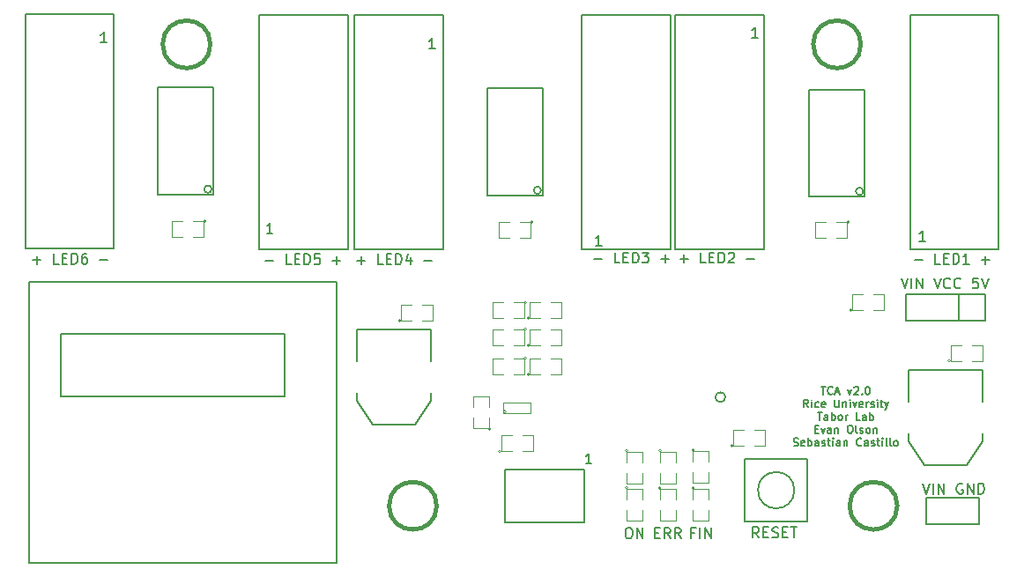
<source format=gto>
G04 (created by PCBNEW (2013-07-07 BZR 4022)-stable) date 01/05/2014 03:57:46 PM*
%MOIN*%
G04 Gerber Fmt 3.4, Leading zero omitted, Abs format*
%FSLAX34Y34*%
G01*
G70*
G90*
G04 APERTURE LIST*
%ADD10C,0.00590551*%
%ADD11C,0.00787402*%
%ADD12C,0.00738189*%
%ADD13C,0.0039*%
%ADD14C,0.008*%
%ADD15C,0.006*%
%ADD16C,0.005*%
%ADD17C,0.0031*%
%ADD18C,0.015*%
G04 APERTURE END LIST*
G54D10*
G54D11*
X91991Y-59706D02*
X92123Y-60100D01*
X92254Y-59706D01*
X92385Y-60100D02*
X92385Y-59706D01*
X92573Y-60100D02*
X92573Y-59706D01*
X92798Y-60100D01*
X92798Y-59706D01*
X93229Y-59706D02*
X93360Y-60100D01*
X93491Y-59706D01*
X93847Y-60062D02*
X93829Y-60081D01*
X93772Y-60100D01*
X93735Y-60100D01*
X93679Y-60081D01*
X93641Y-60044D01*
X93622Y-60006D01*
X93604Y-59931D01*
X93604Y-59875D01*
X93622Y-59800D01*
X93641Y-59762D01*
X93679Y-59725D01*
X93735Y-59706D01*
X93772Y-59706D01*
X93829Y-59725D01*
X93847Y-59744D01*
X94241Y-60062D02*
X94222Y-60081D01*
X94166Y-60100D01*
X94129Y-60100D01*
X94072Y-60081D01*
X94035Y-60044D01*
X94016Y-60006D01*
X93997Y-59931D01*
X93997Y-59875D01*
X94016Y-59800D01*
X94035Y-59762D01*
X94072Y-59725D01*
X94129Y-59706D01*
X94166Y-59706D01*
X94222Y-59725D01*
X94241Y-59744D01*
X94897Y-59706D02*
X94710Y-59706D01*
X94691Y-59894D01*
X94710Y-59875D01*
X94747Y-59856D01*
X94841Y-59856D01*
X94879Y-59875D01*
X94897Y-59894D01*
X94916Y-59931D01*
X94916Y-60025D01*
X94897Y-60062D01*
X94879Y-60081D01*
X94841Y-60100D01*
X94747Y-60100D01*
X94710Y-60081D01*
X94691Y-60062D01*
X95029Y-59706D02*
X95160Y-60100D01*
X95291Y-59706D01*
X92814Y-67482D02*
X92946Y-67875D01*
X93077Y-67482D01*
X93208Y-67875D02*
X93208Y-67482D01*
X93396Y-67875D02*
X93396Y-67482D01*
X93621Y-67875D01*
X93621Y-67482D01*
X94314Y-67500D02*
X94277Y-67482D01*
X94221Y-67482D01*
X94164Y-67500D01*
X94127Y-67538D01*
X94108Y-67575D01*
X94089Y-67650D01*
X94089Y-67707D01*
X94108Y-67782D01*
X94127Y-67819D01*
X94164Y-67857D01*
X94221Y-67875D01*
X94258Y-67875D01*
X94314Y-67857D01*
X94333Y-67838D01*
X94333Y-67707D01*
X94258Y-67707D01*
X94502Y-67875D02*
X94502Y-67482D01*
X94727Y-67875D01*
X94727Y-67482D01*
X94914Y-67875D02*
X94914Y-67482D01*
X95008Y-67482D01*
X95064Y-67500D01*
X95102Y-67538D01*
X95120Y-67575D01*
X95139Y-67650D01*
X95139Y-67707D01*
X95120Y-67782D01*
X95102Y-67819D01*
X95064Y-67857D01*
X95008Y-67875D01*
X94914Y-67875D01*
X80289Y-66734D02*
X80064Y-66734D01*
X80177Y-66734D02*
X80177Y-66340D01*
X80139Y-66396D01*
X80102Y-66434D01*
X80064Y-66452D01*
X61943Y-50789D02*
X61718Y-50789D01*
X61830Y-50789D02*
X61830Y-50395D01*
X61793Y-50451D01*
X61755Y-50489D01*
X61718Y-50508D01*
X68222Y-58013D02*
X67997Y-58013D01*
X68110Y-58013D02*
X68110Y-57619D01*
X68072Y-57676D01*
X68035Y-57713D01*
X67997Y-57732D01*
X74364Y-51025D02*
X74139Y-51025D01*
X74251Y-51025D02*
X74251Y-50631D01*
X74214Y-50688D01*
X74176Y-50725D01*
X74139Y-50744D01*
X80663Y-58486D02*
X80438Y-58486D01*
X80551Y-58486D02*
X80551Y-58092D01*
X80513Y-58148D01*
X80476Y-58186D01*
X80438Y-58204D01*
X86569Y-50612D02*
X86344Y-50612D01*
X86456Y-50612D02*
X86456Y-50218D01*
X86419Y-50274D01*
X86381Y-50312D01*
X86344Y-50330D01*
X92907Y-58308D02*
X92682Y-58308D01*
X92795Y-58308D02*
X92795Y-57915D01*
X92757Y-57971D01*
X92720Y-58008D01*
X92682Y-58027D01*
X83623Y-58985D02*
X83923Y-58985D01*
X83773Y-59135D02*
X83773Y-58835D01*
X84598Y-59135D02*
X84411Y-59135D01*
X84411Y-58742D01*
X84730Y-58929D02*
X84861Y-58929D01*
X84917Y-59135D02*
X84730Y-59135D01*
X84730Y-58742D01*
X84917Y-58742D01*
X85086Y-59135D02*
X85086Y-58742D01*
X85179Y-58742D01*
X85236Y-58760D01*
X85273Y-58798D01*
X85292Y-58835D01*
X85311Y-58910D01*
X85311Y-58967D01*
X85292Y-59041D01*
X85273Y-59079D01*
X85236Y-59116D01*
X85179Y-59135D01*
X85086Y-59135D01*
X85461Y-58779D02*
X85479Y-58760D01*
X85517Y-58742D01*
X85611Y-58742D01*
X85648Y-58760D01*
X85667Y-58779D01*
X85686Y-58817D01*
X85686Y-58854D01*
X85667Y-58910D01*
X85442Y-59135D01*
X85686Y-59135D01*
X86154Y-58985D02*
X86454Y-58985D01*
X71419Y-59044D02*
X71719Y-59044D01*
X71569Y-59194D02*
X71569Y-58894D01*
X72394Y-59194D02*
X72206Y-59194D01*
X72206Y-58801D01*
X72525Y-58988D02*
X72656Y-58988D01*
X72712Y-59194D02*
X72525Y-59194D01*
X72525Y-58801D01*
X72712Y-58801D01*
X72881Y-59194D02*
X72881Y-58801D01*
X72975Y-58801D01*
X73031Y-58819D01*
X73068Y-58857D01*
X73087Y-58894D01*
X73106Y-58969D01*
X73106Y-59026D01*
X73087Y-59101D01*
X73068Y-59138D01*
X73031Y-59176D01*
X72975Y-59194D01*
X72881Y-59194D01*
X73443Y-58932D02*
X73443Y-59194D01*
X73350Y-58782D02*
X73256Y-59063D01*
X73500Y-59063D01*
X73950Y-59044D02*
X74250Y-59044D01*
X92501Y-59025D02*
X92801Y-59025D01*
X93476Y-59175D02*
X93289Y-59175D01*
X93289Y-58781D01*
X93607Y-58968D02*
X93739Y-58968D01*
X93795Y-59175D02*
X93607Y-59175D01*
X93607Y-58781D01*
X93795Y-58781D01*
X93964Y-59175D02*
X93964Y-58781D01*
X94057Y-58781D01*
X94114Y-58800D01*
X94151Y-58837D01*
X94170Y-58875D01*
X94189Y-58950D01*
X94189Y-59006D01*
X94170Y-59081D01*
X94151Y-59118D01*
X94114Y-59156D01*
X94057Y-59175D01*
X93964Y-59175D01*
X94564Y-59175D02*
X94339Y-59175D01*
X94451Y-59175D02*
X94451Y-58781D01*
X94414Y-58837D01*
X94376Y-58875D01*
X94339Y-58893D01*
X95032Y-59025D02*
X95332Y-59025D01*
X95182Y-59175D02*
X95182Y-58875D01*
X80375Y-58985D02*
X80675Y-58985D01*
X81350Y-59135D02*
X81163Y-59135D01*
X81163Y-58742D01*
X81482Y-58929D02*
X81613Y-58929D01*
X81669Y-59135D02*
X81482Y-59135D01*
X81482Y-58742D01*
X81669Y-58742D01*
X81838Y-59135D02*
X81838Y-58742D01*
X81931Y-58742D01*
X81988Y-58760D01*
X82025Y-58798D01*
X82044Y-58835D01*
X82063Y-58910D01*
X82063Y-58967D01*
X82044Y-59041D01*
X82025Y-59079D01*
X81988Y-59116D01*
X81931Y-59135D01*
X81838Y-59135D01*
X82194Y-58742D02*
X82438Y-58742D01*
X82306Y-58892D01*
X82363Y-58892D01*
X82400Y-58910D01*
X82419Y-58929D01*
X82438Y-58967D01*
X82438Y-59060D01*
X82419Y-59098D01*
X82400Y-59116D01*
X82363Y-59135D01*
X82250Y-59135D01*
X82213Y-59116D01*
X82194Y-59098D01*
X82906Y-58985D02*
X83206Y-58985D01*
X83056Y-59135D02*
X83056Y-58835D01*
X67954Y-59044D02*
X68254Y-59044D01*
X68929Y-59194D02*
X68742Y-59194D01*
X68742Y-58801D01*
X69060Y-58988D02*
X69191Y-58988D01*
X69248Y-59194D02*
X69060Y-59194D01*
X69060Y-58801D01*
X69248Y-58801D01*
X69416Y-59194D02*
X69416Y-58801D01*
X69510Y-58801D01*
X69566Y-58819D01*
X69604Y-58857D01*
X69623Y-58894D01*
X69641Y-58969D01*
X69641Y-59026D01*
X69623Y-59101D01*
X69604Y-59138D01*
X69566Y-59176D01*
X69510Y-59194D01*
X69416Y-59194D01*
X69998Y-58801D02*
X69810Y-58801D01*
X69791Y-58988D01*
X69810Y-58969D01*
X69848Y-58951D01*
X69941Y-58951D01*
X69979Y-58969D01*
X69998Y-58988D01*
X70016Y-59026D01*
X70016Y-59119D01*
X69998Y-59157D01*
X69979Y-59176D01*
X69941Y-59194D01*
X69848Y-59194D01*
X69810Y-59176D01*
X69791Y-59157D01*
X70485Y-59044D02*
X70785Y-59044D01*
X70635Y-59194D02*
X70635Y-58894D01*
X59155Y-59025D02*
X59455Y-59025D01*
X59305Y-59175D02*
X59305Y-58875D01*
X60130Y-59175D02*
X59942Y-59175D01*
X59942Y-58781D01*
X60261Y-58968D02*
X60392Y-58968D01*
X60449Y-59175D02*
X60261Y-59175D01*
X60261Y-58781D01*
X60449Y-58781D01*
X60617Y-59175D02*
X60617Y-58781D01*
X60711Y-58781D01*
X60767Y-58800D01*
X60805Y-58837D01*
X60823Y-58875D01*
X60842Y-58950D01*
X60842Y-59006D01*
X60823Y-59081D01*
X60805Y-59118D01*
X60767Y-59156D01*
X60711Y-59175D01*
X60617Y-59175D01*
X61180Y-58781D02*
X61105Y-58781D01*
X61067Y-58800D01*
X61048Y-58818D01*
X61011Y-58875D01*
X60992Y-58950D01*
X60992Y-59100D01*
X61011Y-59137D01*
X61030Y-59156D01*
X61067Y-59175D01*
X61142Y-59175D01*
X61180Y-59156D01*
X61198Y-59137D01*
X61217Y-59100D01*
X61217Y-59006D01*
X61198Y-58968D01*
X61180Y-58950D01*
X61142Y-58931D01*
X61067Y-58931D01*
X61030Y-58950D01*
X61011Y-58968D01*
X60992Y-59006D01*
X61686Y-59025D02*
X61986Y-59025D01*
X86613Y-69529D02*
X86482Y-69341D01*
X86388Y-69529D02*
X86388Y-69135D01*
X86538Y-69135D01*
X86575Y-69154D01*
X86594Y-69173D01*
X86613Y-69210D01*
X86613Y-69266D01*
X86594Y-69304D01*
X86575Y-69323D01*
X86538Y-69341D01*
X86388Y-69341D01*
X86781Y-69323D02*
X86913Y-69323D01*
X86969Y-69529D02*
X86781Y-69529D01*
X86781Y-69135D01*
X86969Y-69135D01*
X87119Y-69510D02*
X87175Y-69529D01*
X87269Y-69529D01*
X87306Y-69510D01*
X87325Y-69491D01*
X87344Y-69454D01*
X87344Y-69416D01*
X87325Y-69379D01*
X87306Y-69360D01*
X87269Y-69341D01*
X87194Y-69323D01*
X87156Y-69304D01*
X87138Y-69285D01*
X87119Y-69248D01*
X87119Y-69210D01*
X87138Y-69173D01*
X87156Y-69154D01*
X87194Y-69135D01*
X87288Y-69135D01*
X87344Y-69154D01*
X87513Y-69323D02*
X87644Y-69323D01*
X87700Y-69529D02*
X87513Y-69529D01*
X87513Y-69135D01*
X87700Y-69135D01*
X87813Y-69135D02*
X88038Y-69135D01*
X87925Y-69529D02*
X87925Y-69135D01*
X84175Y-69352D02*
X84044Y-69352D01*
X84044Y-69558D02*
X84044Y-69165D01*
X84231Y-69165D01*
X84381Y-69558D02*
X84381Y-69165D01*
X84569Y-69558D02*
X84569Y-69165D01*
X84794Y-69558D01*
X84794Y-69165D01*
X82681Y-69352D02*
X82812Y-69352D01*
X82868Y-69558D02*
X82681Y-69558D01*
X82681Y-69165D01*
X82868Y-69165D01*
X83262Y-69558D02*
X83131Y-69371D01*
X83037Y-69558D02*
X83037Y-69165D01*
X83187Y-69165D01*
X83225Y-69184D01*
X83243Y-69202D01*
X83262Y-69240D01*
X83262Y-69296D01*
X83243Y-69333D01*
X83225Y-69352D01*
X83187Y-69371D01*
X83037Y-69371D01*
X83656Y-69558D02*
X83525Y-69371D01*
X83431Y-69558D02*
X83431Y-69165D01*
X83581Y-69165D01*
X83618Y-69184D01*
X83637Y-69202D01*
X83656Y-69240D01*
X83656Y-69296D01*
X83637Y-69333D01*
X83618Y-69352D01*
X83581Y-69371D01*
X83431Y-69371D01*
X81655Y-69165D02*
X81730Y-69165D01*
X81768Y-69184D01*
X81805Y-69221D01*
X81824Y-69296D01*
X81824Y-69427D01*
X81805Y-69502D01*
X81768Y-69540D01*
X81730Y-69558D01*
X81655Y-69558D01*
X81618Y-69540D01*
X81580Y-69502D01*
X81562Y-69427D01*
X81562Y-69296D01*
X81580Y-69221D01*
X81618Y-69184D01*
X81655Y-69165D01*
X81993Y-69558D02*
X81993Y-69165D01*
X82218Y-69558D01*
X82218Y-69165D01*
G54D12*
X88966Y-63820D02*
X89135Y-63820D01*
X89050Y-64115D02*
X89050Y-63820D01*
X89402Y-64087D02*
X89388Y-64101D01*
X89346Y-64115D01*
X89318Y-64115D01*
X89275Y-64101D01*
X89247Y-64073D01*
X89233Y-64045D01*
X89219Y-63989D01*
X89219Y-63946D01*
X89233Y-63890D01*
X89247Y-63862D01*
X89275Y-63834D01*
X89318Y-63820D01*
X89346Y-63820D01*
X89388Y-63834D01*
X89402Y-63848D01*
X89514Y-64031D02*
X89655Y-64031D01*
X89486Y-64115D02*
X89585Y-63820D01*
X89683Y-64115D01*
X89978Y-63918D02*
X90049Y-64115D01*
X90119Y-63918D01*
X90217Y-63848D02*
X90232Y-63834D01*
X90260Y-63820D01*
X90330Y-63820D01*
X90358Y-63834D01*
X90372Y-63848D01*
X90386Y-63876D01*
X90386Y-63904D01*
X90372Y-63946D01*
X90203Y-64115D01*
X90386Y-64115D01*
X90513Y-64087D02*
X90527Y-64101D01*
X90513Y-64115D01*
X90499Y-64101D01*
X90513Y-64087D01*
X90513Y-64115D01*
X90710Y-63820D02*
X90738Y-63820D01*
X90766Y-63834D01*
X90780Y-63848D01*
X90794Y-63876D01*
X90808Y-63932D01*
X90808Y-64003D01*
X90794Y-64059D01*
X90780Y-64087D01*
X90766Y-64101D01*
X90738Y-64115D01*
X90710Y-64115D01*
X90681Y-64101D01*
X90667Y-64087D01*
X90653Y-64059D01*
X90639Y-64003D01*
X90639Y-63932D01*
X90653Y-63876D01*
X90667Y-63848D01*
X90681Y-63834D01*
X90710Y-63820D01*
X88481Y-64602D02*
X88383Y-64462D01*
X88312Y-64602D02*
X88312Y-64307D01*
X88425Y-64307D01*
X88453Y-64321D01*
X88467Y-64335D01*
X88481Y-64363D01*
X88481Y-64405D01*
X88467Y-64434D01*
X88453Y-64448D01*
X88425Y-64462D01*
X88312Y-64462D01*
X88607Y-64602D02*
X88607Y-64405D01*
X88607Y-64307D02*
X88593Y-64321D01*
X88607Y-64335D01*
X88622Y-64321D01*
X88607Y-64307D01*
X88607Y-64335D01*
X88875Y-64588D02*
X88847Y-64602D01*
X88790Y-64602D01*
X88762Y-64588D01*
X88748Y-64574D01*
X88734Y-64546D01*
X88734Y-64462D01*
X88748Y-64434D01*
X88762Y-64419D01*
X88790Y-64405D01*
X88847Y-64405D01*
X88875Y-64419D01*
X89114Y-64588D02*
X89086Y-64602D01*
X89029Y-64602D01*
X89001Y-64588D01*
X88987Y-64560D01*
X88987Y-64448D01*
X89001Y-64419D01*
X89029Y-64405D01*
X89086Y-64405D01*
X89114Y-64419D01*
X89128Y-64448D01*
X89128Y-64476D01*
X88987Y-64504D01*
X89479Y-64307D02*
X89479Y-64546D01*
X89493Y-64574D01*
X89507Y-64588D01*
X89535Y-64602D01*
X89592Y-64602D01*
X89620Y-64588D01*
X89634Y-64574D01*
X89648Y-64546D01*
X89648Y-64307D01*
X89789Y-64405D02*
X89789Y-64602D01*
X89789Y-64434D02*
X89803Y-64419D01*
X89831Y-64405D01*
X89873Y-64405D01*
X89901Y-64419D01*
X89915Y-64448D01*
X89915Y-64602D01*
X90056Y-64602D02*
X90056Y-64405D01*
X90056Y-64307D02*
X90042Y-64321D01*
X90056Y-64335D01*
X90070Y-64321D01*
X90056Y-64307D01*
X90056Y-64335D01*
X90168Y-64405D02*
X90239Y-64602D01*
X90309Y-64405D01*
X90534Y-64588D02*
X90506Y-64602D01*
X90449Y-64602D01*
X90421Y-64588D01*
X90407Y-64560D01*
X90407Y-64448D01*
X90421Y-64419D01*
X90449Y-64405D01*
X90506Y-64405D01*
X90534Y-64419D01*
X90548Y-64448D01*
X90548Y-64476D01*
X90407Y-64504D01*
X90674Y-64602D02*
X90674Y-64405D01*
X90674Y-64462D02*
X90688Y-64434D01*
X90703Y-64419D01*
X90731Y-64405D01*
X90759Y-64405D01*
X90843Y-64588D02*
X90871Y-64602D01*
X90928Y-64602D01*
X90956Y-64588D01*
X90970Y-64560D01*
X90970Y-64546D01*
X90956Y-64518D01*
X90928Y-64504D01*
X90885Y-64504D01*
X90857Y-64490D01*
X90843Y-64462D01*
X90843Y-64448D01*
X90857Y-64419D01*
X90885Y-64405D01*
X90928Y-64405D01*
X90956Y-64419D01*
X91096Y-64602D02*
X91096Y-64405D01*
X91096Y-64307D02*
X91082Y-64321D01*
X91096Y-64335D01*
X91110Y-64321D01*
X91096Y-64307D01*
X91096Y-64335D01*
X91195Y-64405D02*
X91307Y-64405D01*
X91237Y-64307D02*
X91237Y-64560D01*
X91251Y-64588D01*
X91279Y-64602D01*
X91307Y-64602D01*
X91377Y-64405D02*
X91448Y-64602D01*
X91518Y-64405D02*
X91448Y-64602D01*
X91420Y-64673D01*
X91406Y-64687D01*
X91377Y-64701D01*
X88825Y-64794D02*
X88994Y-64794D01*
X88910Y-65089D02*
X88910Y-64794D01*
X89219Y-65089D02*
X89219Y-64935D01*
X89205Y-64907D01*
X89177Y-64893D01*
X89121Y-64893D01*
X89093Y-64907D01*
X89219Y-65075D02*
X89191Y-65089D01*
X89121Y-65089D01*
X89093Y-65075D01*
X89079Y-65047D01*
X89079Y-65019D01*
X89093Y-64991D01*
X89121Y-64977D01*
X89191Y-64977D01*
X89219Y-64963D01*
X89360Y-65089D02*
X89360Y-64794D01*
X89360Y-64907D02*
X89388Y-64893D01*
X89444Y-64893D01*
X89472Y-64907D01*
X89486Y-64921D01*
X89500Y-64949D01*
X89500Y-65033D01*
X89486Y-65061D01*
X89472Y-65075D01*
X89444Y-65089D01*
X89388Y-65089D01*
X89360Y-65075D01*
X89669Y-65089D02*
X89641Y-65075D01*
X89627Y-65061D01*
X89613Y-65033D01*
X89613Y-64949D01*
X89627Y-64921D01*
X89641Y-64907D01*
X89669Y-64893D01*
X89711Y-64893D01*
X89739Y-64907D01*
X89753Y-64921D01*
X89767Y-64949D01*
X89767Y-65033D01*
X89753Y-65061D01*
X89739Y-65075D01*
X89711Y-65089D01*
X89669Y-65089D01*
X89894Y-65089D02*
X89894Y-64893D01*
X89894Y-64949D02*
X89908Y-64921D01*
X89922Y-64907D01*
X89950Y-64893D01*
X89978Y-64893D01*
X90442Y-65089D02*
X90302Y-65089D01*
X90302Y-64794D01*
X90667Y-65089D02*
X90667Y-64935D01*
X90653Y-64907D01*
X90625Y-64893D01*
X90569Y-64893D01*
X90541Y-64907D01*
X90667Y-65075D02*
X90639Y-65089D01*
X90569Y-65089D01*
X90541Y-65075D01*
X90527Y-65047D01*
X90527Y-65019D01*
X90541Y-64991D01*
X90569Y-64977D01*
X90639Y-64977D01*
X90667Y-64963D01*
X90808Y-65089D02*
X90808Y-64794D01*
X90808Y-64907D02*
X90836Y-64893D01*
X90892Y-64893D01*
X90920Y-64907D01*
X90935Y-64921D01*
X90949Y-64949D01*
X90949Y-65033D01*
X90935Y-65061D01*
X90920Y-65075D01*
X90892Y-65089D01*
X90836Y-65089D01*
X90808Y-65075D01*
X88727Y-65422D02*
X88825Y-65422D01*
X88868Y-65577D02*
X88727Y-65577D01*
X88727Y-65281D01*
X88868Y-65281D01*
X88966Y-65380D02*
X89036Y-65577D01*
X89107Y-65380D01*
X89346Y-65577D02*
X89346Y-65422D01*
X89332Y-65394D01*
X89303Y-65380D01*
X89247Y-65380D01*
X89219Y-65394D01*
X89346Y-65563D02*
X89318Y-65577D01*
X89247Y-65577D01*
X89219Y-65563D01*
X89205Y-65535D01*
X89205Y-65506D01*
X89219Y-65478D01*
X89247Y-65464D01*
X89318Y-65464D01*
X89346Y-65450D01*
X89486Y-65380D02*
X89486Y-65577D01*
X89486Y-65408D02*
X89500Y-65394D01*
X89528Y-65380D01*
X89571Y-65380D01*
X89599Y-65394D01*
X89613Y-65422D01*
X89613Y-65577D01*
X90035Y-65281D02*
X90091Y-65281D01*
X90119Y-65295D01*
X90147Y-65324D01*
X90161Y-65380D01*
X90161Y-65478D01*
X90147Y-65535D01*
X90119Y-65563D01*
X90091Y-65577D01*
X90035Y-65577D01*
X90007Y-65563D01*
X89978Y-65535D01*
X89964Y-65478D01*
X89964Y-65380D01*
X89978Y-65324D01*
X90007Y-65295D01*
X90035Y-65281D01*
X90330Y-65577D02*
X90302Y-65563D01*
X90288Y-65535D01*
X90288Y-65281D01*
X90428Y-65563D02*
X90456Y-65577D01*
X90513Y-65577D01*
X90541Y-65563D01*
X90555Y-65535D01*
X90555Y-65520D01*
X90541Y-65492D01*
X90513Y-65478D01*
X90471Y-65478D01*
X90442Y-65464D01*
X90428Y-65436D01*
X90428Y-65422D01*
X90442Y-65394D01*
X90471Y-65380D01*
X90513Y-65380D01*
X90541Y-65394D01*
X90724Y-65577D02*
X90696Y-65563D01*
X90681Y-65549D01*
X90667Y-65520D01*
X90667Y-65436D01*
X90681Y-65408D01*
X90696Y-65394D01*
X90724Y-65380D01*
X90766Y-65380D01*
X90794Y-65394D01*
X90808Y-65408D01*
X90822Y-65436D01*
X90822Y-65520D01*
X90808Y-65549D01*
X90794Y-65563D01*
X90766Y-65577D01*
X90724Y-65577D01*
X90949Y-65380D02*
X90949Y-65577D01*
X90949Y-65408D02*
X90963Y-65394D01*
X90991Y-65380D01*
X91033Y-65380D01*
X91061Y-65394D01*
X91075Y-65422D01*
X91075Y-65577D01*
X87926Y-66050D02*
X87968Y-66064D01*
X88038Y-66064D01*
X88066Y-66050D01*
X88080Y-66036D01*
X88094Y-66008D01*
X88094Y-65980D01*
X88080Y-65951D01*
X88066Y-65937D01*
X88038Y-65923D01*
X87982Y-65909D01*
X87954Y-65895D01*
X87940Y-65881D01*
X87926Y-65853D01*
X87926Y-65825D01*
X87940Y-65797D01*
X87954Y-65783D01*
X87982Y-65769D01*
X88052Y-65769D01*
X88094Y-65783D01*
X88333Y-66050D02*
X88305Y-66064D01*
X88249Y-66064D01*
X88221Y-66050D01*
X88207Y-66022D01*
X88207Y-65909D01*
X88221Y-65881D01*
X88249Y-65867D01*
X88305Y-65867D01*
X88333Y-65881D01*
X88347Y-65909D01*
X88347Y-65937D01*
X88207Y-65965D01*
X88474Y-66064D02*
X88474Y-65769D01*
X88474Y-65881D02*
X88502Y-65867D01*
X88558Y-65867D01*
X88586Y-65881D01*
X88600Y-65895D01*
X88615Y-65923D01*
X88615Y-66008D01*
X88600Y-66036D01*
X88586Y-66050D01*
X88558Y-66064D01*
X88502Y-66064D01*
X88474Y-66050D01*
X88868Y-66064D02*
X88868Y-65909D01*
X88854Y-65881D01*
X88825Y-65867D01*
X88769Y-65867D01*
X88741Y-65881D01*
X88868Y-66050D02*
X88839Y-66064D01*
X88769Y-66064D01*
X88741Y-66050D01*
X88727Y-66022D01*
X88727Y-65994D01*
X88741Y-65965D01*
X88769Y-65951D01*
X88839Y-65951D01*
X88868Y-65937D01*
X88994Y-66050D02*
X89022Y-66064D01*
X89079Y-66064D01*
X89107Y-66050D01*
X89121Y-66022D01*
X89121Y-66008D01*
X89107Y-65980D01*
X89079Y-65965D01*
X89036Y-65965D01*
X89008Y-65951D01*
X88994Y-65923D01*
X88994Y-65909D01*
X89008Y-65881D01*
X89036Y-65867D01*
X89079Y-65867D01*
X89107Y-65881D01*
X89205Y-65867D02*
X89318Y-65867D01*
X89247Y-65769D02*
X89247Y-66022D01*
X89261Y-66050D01*
X89289Y-66064D01*
X89318Y-66064D01*
X89416Y-66064D02*
X89416Y-65867D01*
X89416Y-65769D02*
X89402Y-65783D01*
X89416Y-65797D01*
X89430Y-65783D01*
X89416Y-65769D01*
X89416Y-65797D01*
X89683Y-66064D02*
X89683Y-65909D01*
X89669Y-65881D01*
X89641Y-65867D01*
X89585Y-65867D01*
X89557Y-65881D01*
X89683Y-66050D02*
X89655Y-66064D01*
X89585Y-66064D01*
X89557Y-66050D01*
X89543Y-66022D01*
X89543Y-65994D01*
X89557Y-65965D01*
X89585Y-65951D01*
X89655Y-65951D01*
X89683Y-65937D01*
X89824Y-65867D02*
X89824Y-66064D01*
X89824Y-65895D02*
X89838Y-65881D01*
X89866Y-65867D01*
X89908Y-65867D01*
X89936Y-65881D01*
X89950Y-65909D01*
X89950Y-66064D01*
X90485Y-66036D02*
X90471Y-66050D01*
X90428Y-66064D01*
X90400Y-66064D01*
X90358Y-66050D01*
X90330Y-66022D01*
X90316Y-65994D01*
X90302Y-65937D01*
X90302Y-65895D01*
X90316Y-65839D01*
X90330Y-65811D01*
X90358Y-65783D01*
X90400Y-65769D01*
X90428Y-65769D01*
X90471Y-65783D01*
X90485Y-65797D01*
X90738Y-66064D02*
X90738Y-65909D01*
X90724Y-65881D01*
X90696Y-65867D01*
X90639Y-65867D01*
X90611Y-65881D01*
X90738Y-66050D02*
X90710Y-66064D01*
X90639Y-66064D01*
X90611Y-66050D01*
X90597Y-66022D01*
X90597Y-65994D01*
X90611Y-65965D01*
X90639Y-65951D01*
X90710Y-65951D01*
X90738Y-65937D01*
X90864Y-66050D02*
X90892Y-66064D01*
X90949Y-66064D01*
X90977Y-66050D01*
X90991Y-66022D01*
X90991Y-66008D01*
X90977Y-65980D01*
X90949Y-65965D01*
X90906Y-65965D01*
X90878Y-65951D01*
X90864Y-65923D01*
X90864Y-65909D01*
X90878Y-65881D01*
X90906Y-65867D01*
X90949Y-65867D01*
X90977Y-65881D01*
X91075Y-65867D02*
X91188Y-65867D01*
X91117Y-65769D02*
X91117Y-66022D01*
X91131Y-66050D01*
X91160Y-66064D01*
X91188Y-66064D01*
X91286Y-66064D02*
X91286Y-65867D01*
X91286Y-65769D02*
X91272Y-65783D01*
X91286Y-65797D01*
X91300Y-65783D01*
X91286Y-65769D01*
X91286Y-65797D01*
X91469Y-66064D02*
X91441Y-66050D01*
X91427Y-66022D01*
X91427Y-65769D01*
X91624Y-66064D02*
X91595Y-66050D01*
X91581Y-66022D01*
X91581Y-65769D01*
X91778Y-66064D02*
X91750Y-66050D01*
X91736Y-66036D01*
X91722Y-66008D01*
X91722Y-65923D01*
X91736Y-65895D01*
X91750Y-65881D01*
X91778Y-65867D01*
X91820Y-65867D01*
X91848Y-65881D01*
X91863Y-65895D01*
X91877Y-65923D01*
X91877Y-66008D01*
X91863Y-66036D01*
X91848Y-66050D01*
X91820Y-66064D01*
X91778Y-66064D01*
G54D10*
X67716Y-58622D02*
X71062Y-58622D01*
X71062Y-58622D02*
X71062Y-49763D01*
X71062Y-49763D02*
X67716Y-49763D01*
X67716Y-49763D02*
X67716Y-58622D01*
X74665Y-49763D02*
X71318Y-49763D01*
X71318Y-49763D02*
X71318Y-58622D01*
X71318Y-58622D02*
X74665Y-58622D01*
X74665Y-58622D02*
X74665Y-49763D01*
G54D13*
X90030Y-57593D02*
G75*
G03X90030Y-57593I-50J0D01*
G74*
G01*
X89530Y-57593D02*
X89930Y-57593D01*
X89930Y-57593D02*
X89930Y-58193D01*
X89930Y-58193D02*
X89530Y-58193D01*
X89130Y-58193D02*
X88730Y-58193D01*
X88730Y-58193D02*
X88730Y-57593D01*
X88730Y-57593D02*
X89130Y-57593D01*
X90138Y-60910D02*
G75*
G03X90138Y-60910I-50J0D01*
G74*
G01*
X90538Y-60910D02*
X90138Y-60910D01*
X90138Y-60910D02*
X90138Y-60310D01*
X90138Y-60310D02*
X90538Y-60310D01*
X90938Y-60310D02*
X91338Y-60310D01*
X91338Y-60310D02*
X91338Y-60910D01*
X91338Y-60910D02*
X90938Y-60910D01*
X65719Y-57554D02*
G75*
G03X65719Y-57554I-50J0D01*
G74*
G01*
X65219Y-57554D02*
X65619Y-57554D01*
X65619Y-57554D02*
X65619Y-58154D01*
X65619Y-58154D02*
X65219Y-58154D01*
X64819Y-58154D02*
X64419Y-58154D01*
X64419Y-58154D02*
X64419Y-57554D01*
X64419Y-57554D02*
X64819Y-57554D01*
X78081Y-57593D02*
G75*
G03X78081Y-57593I-50J0D01*
G74*
G01*
X77581Y-57593D02*
X77981Y-57593D01*
X77981Y-57593D02*
X77981Y-58193D01*
X77981Y-58193D02*
X77581Y-58193D01*
X77181Y-58193D02*
X76781Y-58193D01*
X76781Y-58193D02*
X76781Y-57593D01*
X76781Y-57593D02*
X77181Y-57593D01*
X85640Y-66048D02*
G75*
G03X85640Y-66048I-50J0D01*
G74*
G01*
X86040Y-66048D02*
X85640Y-66048D01*
X85640Y-66048D02*
X85640Y-65448D01*
X85640Y-65448D02*
X86040Y-65448D01*
X86440Y-65448D02*
X86840Y-65448D01*
X86840Y-65448D02*
X86840Y-66048D01*
X86840Y-66048D02*
X86440Y-66048D01*
G54D14*
X77003Y-66952D02*
X80003Y-66952D01*
X80003Y-68952D02*
X77003Y-68952D01*
X77003Y-68952D02*
X77003Y-66952D01*
X80003Y-66952D02*
X80003Y-68952D01*
G54D15*
X92937Y-69023D02*
X92937Y-68023D01*
X92937Y-68023D02*
X94937Y-68023D01*
X94937Y-68023D02*
X94937Y-69023D01*
X94937Y-69023D02*
X92937Y-69023D01*
G54D16*
X65912Y-56347D02*
G75*
G03X65912Y-56347I-141J0D01*
G74*
G01*
X65971Y-52497D02*
X65971Y-56547D01*
X63871Y-56547D02*
X63871Y-52497D01*
X63871Y-56547D02*
X65971Y-56547D01*
X63871Y-52497D02*
X65971Y-52497D01*
X78373Y-56386D02*
G75*
G03X78373Y-56386I-141J0D01*
G74*
G01*
X78431Y-52536D02*
X78431Y-56586D01*
X76331Y-56586D02*
X76331Y-52536D01*
X76331Y-56586D02*
X78431Y-56586D01*
X76331Y-52536D02*
X78431Y-52536D01*
X90558Y-56425D02*
G75*
G03X90558Y-56425I-141J0D01*
G74*
G01*
X90616Y-52575D02*
X90616Y-56625D01*
X88516Y-56625D02*
X88516Y-52575D01*
X88516Y-56625D02*
X90616Y-56625D01*
X88516Y-52575D02*
X90616Y-52575D01*
G54D10*
X62204Y-49724D02*
X58858Y-49724D01*
X58858Y-49724D02*
X58858Y-58582D01*
X58858Y-58582D02*
X62204Y-58582D01*
X62204Y-58582D02*
X62204Y-49724D01*
X79921Y-58622D02*
X83267Y-58622D01*
X83267Y-58622D02*
X83267Y-49763D01*
X83267Y-49763D02*
X79921Y-49763D01*
X79921Y-49763D02*
X79921Y-58622D01*
X86791Y-49763D02*
X83444Y-49763D01*
X83444Y-49763D02*
X83444Y-58622D01*
X83444Y-58622D02*
X86791Y-58622D01*
X86791Y-58622D02*
X86791Y-49763D01*
X92342Y-58622D02*
X95688Y-58622D01*
X95688Y-58622D02*
X95688Y-49763D01*
X95688Y-49763D02*
X92342Y-49763D01*
X92342Y-49763D02*
X92342Y-58622D01*
G54D14*
X95081Y-64380D02*
X95081Y-63180D01*
X95081Y-63180D02*
X92281Y-63180D01*
X92281Y-63180D02*
X92281Y-64380D01*
X95081Y-65580D02*
X95081Y-65880D01*
X95081Y-65880D02*
X94481Y-66780D01*
X94481Y-66780D02*
X92881Y-66780D01*
X92881Y-66780D02*
X92281Y-65880D01*
X92281Y-65880D02*
X92281Y-65580D01*
X74195Y-62864D02*
X74195Y-61664D01*
X74195Y-61664D02*
X71395Y-61664D01*
X71395Y-61664D02*
X71395Y-62864D01*
X74195Y-64064D02*
X74195Y-64364D01*
X74195Y-64364D02*
X73595Y-65264D01*
X73595Y-65264D02*
X71995Y-65264D01*
X71995Y-65264D02*
X71395Y-64364D01*
X71395Y-64364D02*
X71395Y-64064D01*
G54D13*
X76472Y-65433D02*
G75*
G03X76472Y-65433I-50J0D01*
G74*
G01*
X76422Y-64983D02*
X76422Y-65383D01*
X76422Y-65383D02*
X75822Y-65383D01*
X75822Y-65383D02*
X75822Y-64983D01*
X75822Y-64583D02*
X75822Y-64183D01*
X75822Y-64183D02*
X76422Y-64183D01*
X76422Y-64183D02*
X76422Y-64583D01*
X76860Y-66264D02*
G75*
G03X76860Y-66264I-50J0D01*
G74*
G01*
X77260Y-66264D02*
X76860Y-66264D01*
X76860Y-66264D02*
X76860Y-65664D01*
X76860Y-65664D02*
X77260Y-65664D01*
X77660Y-65664D02*
X78060Y-65664D01*
X78060Y-65664D02*
X78060Y-66264D01*
X78060Y-66264D02*
X77660Y-66264D01*
X77825Y-61648D02*
G75*
G03X77825Y-61648I-50J0D01*
G74*
G01*
X77325Y-61648D02*
X77725Y-61648D01*
X77725Y-61648D02*
X77725Y-62248D01*
X77725Y-62248D02*
X77325Y-62248D01*
X76925Y-62248D02*
X76525Y-62248D01*
X76525Y-62248D02*
X76525Y-61648D01*
X76525Y-61648D02*
X76925Y-61648D01*
X77943Y-61225D02*
G75*
G03X77943Y-61225I-50J0D01*
G74*
G01*
X78343Y-61225D02*
X77943Y-61225D01*
X77943Y-61225D02*
X77943Y-60625D01*
X77943Y-60625D02*
X78343Y-60625D01*
X78743Y-60625D02*
X79143Y-60625D01*
X79143Y-60625D02*
X79143Y-61225D01*
X79143Y-61225D02*
X78743Y-61225D01*
X77825Y-60625D02*
G75*
G03X77825Y-60625I-50J0D01*
G74*
G01*
X77325Y-60625D02*
X77725Y-60625D01*
X77725Y-60625D02*
X77725Y-61225D01*
X77725Y-61225D02*
X77325Y-61225D01*
X76925Y-61225D02*
X76525Y-61225D01*
X76525Y-61225D02*
X76525Y-60625D01*
X76525Y-60625D02*
X76925Y-60625D01*
X77943Y-62248D02*
G75*
G03X77943Y-62248I-50J0D01*
G74*
G01*
X78343Y-62248D02*
X77943Y-62248D01*
X77943Y-62248D02*
X77943Y-61648D01*
X77943Y-61648D02*
X78343Y-61648D01*
X78743Y-61648D02*
X79143Y-61648D01*
X79143Y-61648D02*
X79143Y-62248D01*
X79143Y-62248D02*
X78743Y-62248D01*
X77825Y-62751D02*
G75*
G03X77825Y-62751I-50J0D01*
G74*
G01*
X77325Y-62751D02*
X77725Y-62751D01*
X77725Y-62751D02*
X77725Y-63351D01*
X77725Y-63351D02*
X77325Y-63351D01*
X76925Y-63351D02*
X76525Y-63351D01*
X76525Y-63351D02*
X76525Y-62751D01*
X76525Y-62751D02*
X76925Y-62751D01*
X77943Y-63351D02*
G75*
G03X77943Y-63351I-50J0D01*
G74*
G01*
X78343Y-63351D02*
X77943Y-63351D01*
X77943Y-63351D02*
X77943Y-62751D01*
X77943Y-62751D02*
X78343Y-62751D01*
X78743Y-62751D02*
X79143Y-62751D01*
X79143Y-62751D02*
X79143Y-63351D01*
X79143Y-63351D02*
X78743Y-63351D01*
X73061Y-61323D02*
G75*
G03X73061Y-61323I-50J0D01*
G74*
G01*
X73461Y-61323D02*
X73061Y-61323D01*
X73061Y-61323D02*
X73061Y-60723D01*
X73061Y-60723D02*
X73461Y-60723D01*
X73861Y-60723D02*
X74261Y-60723D01*
X74261Y-60723D02*
X74261Y-61323D01*
X74261Y-61323D02*
X73861Y-61323D01*
X93868Y-62839D02*
G75*
G03X93868Y-62839I-50J0D01*
G74*
G01*
X94268Y-62839D02*
X93868Y-62839D01*
X93868Y-62839D02*
X93868Y-62239D01*
X93868Y-62239D02*
X94268Y-62239D01*
X94668Y-62239D02*
X95068Y-62239D01*
X95068Y-62239D02*
X95068Y-62839D01*
X95068Y-62839D02*
X94668Y-62839D01*
X84169Y-66220D02*
G75*
G03X84169Y-66220I-50J0D01*
G74*
G01*
X84119Y-66670D02*
X84119Y-66270D01*
X84119Y-66270D02*
X84719Y-66270D01*
X84719Y-66270D02*
X84719Y-66670D01*
X84719Y-67070D02*
X84719Y-67470D01*
X84719Y-67470D02*
X84119Y-67470D01*
X84119Y-67470D02*
X84119Y-67070D01*
X82909Y-66239D02*
G75*
G03X82909Y-66239I-50J0D01*
G74*
G01*
X82859Y-66689D02*
X82859Y-66289D01*
X82859Y-66289D02*
X83459Y-66289D01*
X83459Y-66289D02*
X83459Y-66689D01*
X83459Y-67089D02*
X83459Y-67489D01*
X83459Y-67489D02*
X82859Y-67489D01*
X82859Y-67489D02*
X82859Y-67089D01*
X81649Y-66239D02*
G75*
G03X81649Y-66239I-50J0D01*
G74*
G01*
X81599Y-66689D02*
X81599Y-66289D01*
X81599Y-66289D02*
X82199Y-66289D01*
X82199Y-66289D02*
X82199Y-66689D01*
X82199Y-67089D02*
X82199Y-67489D01*
X82199Y-67489D02*
X81599Y-67489D01*
X81599Y-67489D02*
X81599Y-67089D01*
X84169Y-67647D02*
G75*
G03X84169Y-67647I-50J0D01*
G74*
G01*
X84119Y-68097D02*
X84119Y-67697D01*
X84119Y-67697D02*
X84719Y-67697D01*
X84719Y-67697D02*
X84719Y-68097D01*
X84719Y-68497D02*
X84719Y-68897D01*
X84719Y-68897D02*
X84119Y-68897D01*
X84119Y-68897D02*
X84119Y-68497D01*
X82909Y-67647D02*
G75*
G03X82909Y-67647I-50J0D01*
G74*
G01*
X82859Y-68097D02*
X82859Y-67697D01*
X82859Y-67697D02*
X83459Y-67697D01*
X83459Y-67697D02*
X83459Y-68097D01*
X83459Y-68497D02*
X83459Y-68897D01*
X83459Y-68897D02*
X82859Y-68897D01*
X82859Y-68897D02*
X82859Y-68497D01*
X81649Y-67647D02*
G75*
G03X81649Y-67647I-50J0D01*
G74*
G01*
X81599Y-68097D02*
X81599Y-67697D01*
X81599Y-67697D02*
X82199Y-67697D01*
X82199Y-67697D02*
X82199Y-68097D01*
X82199Y-68497D02*
X82199Y-68897D01*
X82199Y-68897D02*
X81599Y-68897D01*
X81599Y-68897D02*
X81599Y-68497D01*
G54D15*
X95181Y-60307D02*
X95181Y-61307D01*
X95181Y-61307D02*
X92181Y-61307D01*
X92181Y-61307D02*
X92181Y-60307D01*
X92181Y-60307D02*
X95181Y-60307D01*
X94181Y-61307D02*
X94181Y-60307D01*
G54D17*
X77060Y-64763D02*
G75*
G03X77060Y-64763I-62J0D01*
G74*
G01*
X77960Y-64425D02*
X77960Y-64825D01*
X76935Y-64425D02*
X76935Y-64825D01*
X77960Y-64825D02*
X76935Y-64825D01*
X76935Y-64425D02*
X77960Y-64425D01*
G54D10*
X87952Y-67736D02*
G75*
G03X87952Y-67736I-688J0D01*
G74*
G01*
X86082Y-66555D02*
X86082Y-68917D01*
X86082Y-68917D02*
X88444Y-68917D01*
X88444Y-68917D02*
X88444Y-66555D01*
X88444Y-66555D02*
X86082Y-66555D01*
G54D15*
X85342Y-64216D02*
G75*
G03X85342Y-64216I-188J0D01*
G74*
G01*
G54D10*
X70629Y-59842D02*
X59015Y-59842D01*
X59015Y-59842D02*
X59015Y-70472D01*
X59015Y-70472D02*
X70629Y-70472D01*
X70629Y-70472D02*
X70629Y-59842D01*
X60196Y-64173D02*
X60196Y-63385D01*
X68661Y-63385D02*
X68661Y-64173D01*
X68661Y-61811D02*
X60196Y-61811D01*
X60196Y-61811D02*
X60196Y-63385D01*
X60196Y-64173D02*
X68464Y-64173D01*
X68464Y-64173D02*
X68661Y-64173D01*
X68661Y-63385D02*
X68661Y-61811D01*
G54D18*
X65860Y-50866D02*
G75*
G03X65860Y-50866I-900J0D01*
G74*
G01*
X90466Y-50866D02*
G75*
G03X90466Y-50866I-900J0D01*
G74*
G01*
X74423Y-68326D02*
G75*
G03X74423Y-68326I-900J0D01*
G74*
G01*
X91844Y-68326D02*
G75*
G03X91844Y-68326I-900J0D01*
G74*
G01*
M02*

</source>
